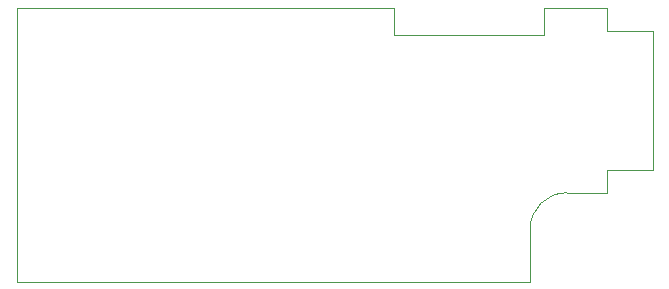
<source format=gm1>
G04 #@! TF.GenerationSoftware,KiCad,Pcbnew,(5.1.4)-1*
G04 #@! TF.CreationDate,2020-03-17T17:23:08+00:00*
G04 #@! TF.ProjectId,buffer,62756666-6572-42e6-9b69-6361645f7063,rev?*
G04 #@! TF.SameCoordinates,Original*
G04 #@! TF.FileFunction,Profile,NP*
%FSLAX46Y46*%
G04 Gerber Fmt 4.6, Leading zero omitted, Abs format (unit mm)*
G04 Created by KiCad (PCBNEW (5.1.4)-1) date 2020-03-17 17:23:08*
%MOMM*%
%LPD*%
G04 APERTURE LIST*
%ADD10C,0.100000*%
G04 APERTURE END LIST*
D10*
X77488600Y-45087540D02*
X77488600Y-46974760D01*
X81407820Y-45087540D02*
X77488600Y-45087540D01*
X81407820Y-33314640D02*
X81407820Y-45087540D01*
X77491140Y-33314640D02*
X81407820Y-33314640D01*
X77491140Y-33304480D02*
X77491140Y-33314640D01*
X77488600Y-31328360D02*
X77491140Y-33304480D01*
X74135799Y-46974760D02*
X77488600Y-46974760D01*
X71011181Y-50048160D02*
X71011600Y-54493160D01*
X72154600Y-31328360D02*
X77488600Y-31328360D01*
X27526800Y-54493160D02*
X71011600Y-54493160D01*
X72154600Y-33588960D02*
X72154600Y-31328360D01*
X71367200Y-33588960D02*
X72154600Y-33588960D01*
X71367200Y-33588960D02*
X59480000Y-33588960D01*
X59480000Y-33588960D02*
X59480000Y-32826960D01*
X59480000Y-31302960D02*
X59480000Y-32826960D01*
X27526800Y-31302960D02*
X59480000Y-31302960D01*
X27526800Y-31302960D02*
X27526800Y-54493160D01*
X71011181Y-50048160D02*
G75*
G02X74135799Y-46974760I3073819J1D01*
G01*
M02*

</source>
